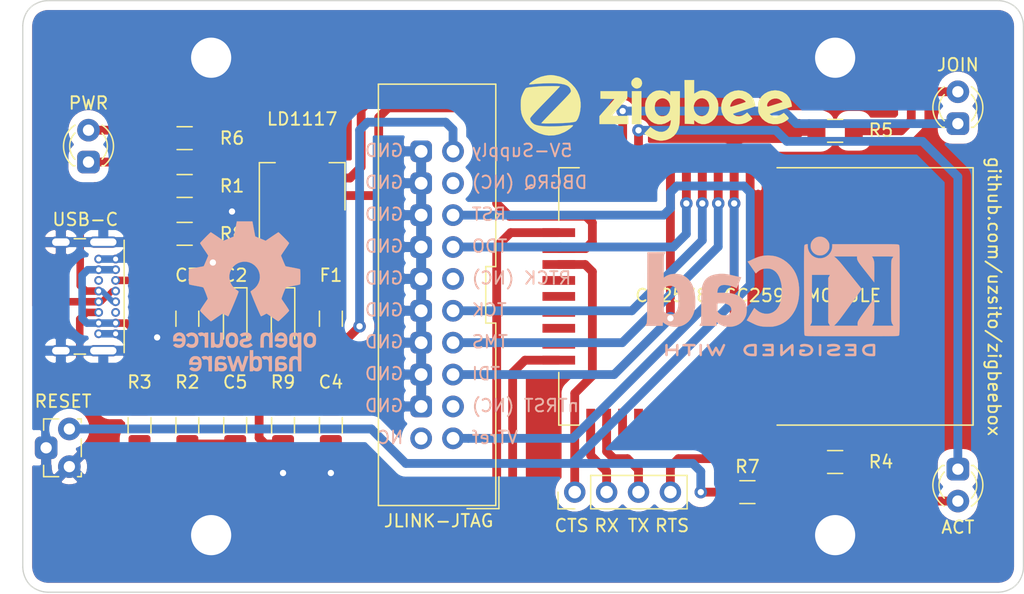
<source format=kicad_pcb>
(kicad_pcb (version 20171130) (host pcbnew 5.1.5+dfsg1-2build2)
  (layers (0 F.Cu signal) (31 B.Cu signal hide) (34 B.Paste user hide) (35 F.Paste user hide) (36 B.SilkS user) (37 F.SilkS user) (38 B.Mask user hide) (39 F.Mask user hide) (44 Edge.Cuts user))
  (net 0 "")
  (net 1 GND)
  (net 2 "Net-(C2-Pad1)")
  (net 3 "Net-(C4-Pad1)")
  (net 4 "Net-(C5-Pad1)")
  (net 5 "Net-(J1-Pad4)")
  (net 6 "Net-(J1-Pad3)")
  (net 7 "Net-(J1-Pad2)")
  (net 8 "Net-(J1-Pad1)")
  (net 9 "Net-(J2-Pad15)")
  (net 10 "Net-(J2-Pad13)")
  (net 11 "Net-(J2-Pad9)")
  (net 12 "Net-(J2-Pad7)")
  (net 13 "Net-(J2-Pad5)")
  (net 14 "Net-(LED1-Pad1)")
  (net 15 "Net-(LED2-Pad1)")
  (net 16 "Net-(LED3-Pad1)")
  (net 17 "Net-(R3-Pad2)")
  (net 18 "Net-(U1-Pad17)")
  (net 19 "Net-(U1-Pad11)")
  (net 20 "Net-(U1-Pad8)")
  (net 21 "Net-(U1-Pad24)")
  (net 22 "Net-(U1-Pad25)")
  (net 23 "Net-(U1-Pad26)")
  (net 24 "Net-(U1-Pad27)")
  (net 25 "Net-(U1-Pad28)")
  (net 26 "Net-(U1-Pad29)")
  (net 27 "Net-(U1-Pad30)")
  (net 28 "Net-(U1-Pad33)")
  (net 29 "Net-(U1-Pad18)")
  (net 30 "Net-(U1-Pad19)")
  (net 31 "Net-(U1-Pad20)")
  (net 32 "Net-(U1-Pad16)")
  (net 33 "Net-(C1-Pad1)")
  (net 34 "Net-(F1-Pad2)")
  (net 35 "Net-(J2-Pad17)")
  (net 36 "Net-(J2-Pad11)")
  (net 37 "Net-(J2-Pad3)")
  (net 38 "Net-(J2-Pad2)")
  (net 39 "Net-(LED1-Pad2)")
  (net 40 "Net-(LED2-Pad2)")
  (net 41 "Net-(LED3-Pad2)")
  (net 42 "Net-(R1-Pad1)")
  (net 43 "Net-(R2-Pad1)")
  (net 44 "Net-(R8-Pad1)")
  (net 45 "Net-(R9-Pad1)")
  (net 46 "Net-(USB1-PadB8)")
  (net 47 "Net-(USB1-PadA8)")
  (module Symbol:KiCad-Logo2_8mm_SilkScreen (layer B.Cu) (at 140.335 70.201174 180)
    (fp_text reference REF** hide)
    (fp_text value KiCad-Logo2_8mm_SilkScreen hide)
  )
  (module Connector_IDC:IDC-Header_2x10_P2.54mm_Vertical (layer F.Cu) (at 114.887 82.32975 180)
    (fp_text reference J2 hide)
    (fp_text value JLINK-JTAG (at 1.145 -6.57025) (layer F.SilkS))
    (pad 20 thru_hole roundrect (at 2.54 22.86 180) (size 1.7272 1.7272) (drill 1.016) (layers *.Cu *.Mask) (net 1 GND))
    (pad 19 thru_hole oval (at 0 22.86 180) (size 1.7272 1.7272) (drill 1.016) (layers *.Cu *.Mask) (net 34 "Net-(F1-Pad2)"))
    (pad 18 thru_hole roundrect (at 2.54 20.32 180) (size 1.7272 1.7272) (drill 1.016) (layers *.Cu *.Mask) (net 1 GND))
    (pad 17 thru_hole oval (at 0 20.32 180) (size 1.7272 1.7272) (drill 1.016) (layers *.Cu *.Mask) (net 35 "Net-(J2-Pad17)"))
    (pad 16 thru_hole roundrect (at 2.54 17.78 180) (size 1.7272 1.7272) (drill 1.016) (layers *.Cu *.Mask) (net 1 GND))
    (pad 15 thru_hole oval (at 0 17.78 180) (size 1.7272 1.7272) (drill 1.016) (layers *.Cu *.Mask) (net 9 "Net-(J2-Pad15)"))
    (pad 14 thru_hole roundrect (at 2.54 15.24 180) (size 1.7272 1.7272) (drill 1.016) (layers *.Cu *.Mask) (net 1 GND))
    (pad 13 thru_hole oval (at 0 15.24 180) (size 1.7272 1.7272) (drill 1.016) (layers *.Cu *.Mask) (net 10 "Net-(J2-Pad13)"))
    (pad 12 thru_hole roundrect (at 2.54 12.7 180) (size 1.7272 1.7272) (drill 1.016) (layers *.Cu *.Mask) (net 1 GND))
    (pad 11 thru_hole oval (at 0 12.7 180) (size 1.7272 1.7272) (drill 1.016) (layers *.Cu *.Mask) (net 36 "Net-(J2-Pad11)"))
    (pad 10 thru_hole roundrect (at 2.54 10.16 180) (size 1.7272 1.7272) (drill 1.016) (layers *.Cu *.Mask) (net 1 GND))
    (pad 9 thru_hole oval (at 0 10.16 180) (size 1.7272 1.7272) (drill 1.016) (layers *.Cu *.Mask) (net 11 "Net-(J2-Pad9)"))
    (pad 8 thru_hole roundrect (at 2.54 7.62 180) (size 1.7272 1.7272) (drill 1.016) (layers *.Cu *.Mask) (net 1 GND))
    (pad 7 thru_hole oval (at 0 7.62 180) (size 1.7272 1.7272) (drill 1.016) (layers *.Cu *.Mask) (net 12 "Net-(J2-Pad7)"))
    (pad 6 thru_hole roundrect (at 2.54 5.08 180) (size 1.7272 1.7272) (drill 1.016) (layers *.Cu *.Mask) (net 1 GND))
    (pad 5 thru_hole oval (at 0 5.08 180) (size 1.7272 1.7272) (drill 1.016) (layers *.Cu *.Mask) (net 13 "Net-(J2-Pad5)"))
    (pad 4 thru_hole roundrect (at 2.54 2.54 180) (size 1.7272 1.7272) (drill 1.016) (layers *.Cu *.Mask) (net 1 GND))
    (pad 3 thru_hole oval (at 0 2.54 180) (size 1.7272 1.7272) (drill 1.016) (layers *.Cu *.Mask) (net 37 "Net-(J2-Pad3)"))
    (pad 2 thru_hole oval (at 2.54 0 180) (size 1.7272 1.7272) (drill 1.016) (layers *.Cu *.Mask) (net 38 "Net-(J2-Pad2)"))
    (pad 1 thru_hole circle (at 0 0 180) (size 1.7272 1.7272) (drill 1.016) (layers *.Cu *.Mask) (net 2 "Net-(C2-Pad1)"))
  )
  (module Symbol:zigbee_logo (layer F.Cu) (at 131.064 56.007)
    (fp_text reference G*** hide)
    (fp_text value LOGO hide)
  )
  (module Symbol:OSHW-Logo_11.4x12mm_SilkScreen (layer B.Cu) (at 98.298 71.017224 180)
    (fp_text reference REF** hide)
    (fp_text value OSHW-Logo_11.4x12mm_SilkScreen hide)
  )
  (module Connector_USB:USB_C_Receptacle_GCT_USB4085 (layer F.Cu) (at 88.011 68.04975 270)
    (fp_text reference USB1 hide)
    (fp_text value USB-C (at -3.15275 2.413) (layer F.SilkS))
    (pad A1 thru_hole circle (at 0 0 270) (size 0.7 0.7) (drill 0.4) (layers *.Cu *.Mask) (net 1 GND))
    (pad A4 thru_hole circle (at 0.85 0 270) (size 0.7 0.7) (drill 0.4) (layers *.Cu *.Mask) (net 34 "Net-(F1-Pad2)"))
    (pad A5 thru_hole circle (at 1.7 0 270) (size 0.7 0.7) (drill 0.4) (layers *.Cu *.Mask) (net 44 "Net-(R8-Pad1)"))
    (pad A6 thru_hole circle (at 2.55 0 270) (size 0.7 0.7) (drill 0.4) (layers *.Cu *.Mask) (net 43 "Net-(R2-Pad1)"))
    (pad A7 thru_hole circle (at 3.4 0 270) (size 0.7 0.7) (drill 0.4) (layers *.Cu *.Mask) (net 42 "Net-(R1-Pad1)"))
    (pad A8 thru_hole circle (at 4.25 0 270) (size 0.7 0.7) (drill 0.4) (layers *.Cu *.Mask) (net 47 "Net-(USB1-PadA8)"))
    (pad A9 thru_hole circle (at 5.1 0 270) (size 0.7 0.7) (drill 0.4) (layers *.Cu *.Mask) (net 34 "Net-(F1-Pad2)"))
    (pad A12 thru_hole circle (at 5.95 0 270) (size 0.7 0.7) (drill 0.4) (layers *.Cu *.Mask) (net 1 GND))
    (pad B9 thru_hole circle (at 0.85 1.35 270) (size 0.7 0.7) (drill 0.4) (layers *.Cu *.Mask) (net 34 "Net-(F1-Pad2)"))
    (pad B7 thru_hole circle (at 2.55 1.35 270) (size 0.7 0.7) (drill 0.4) (layers *.Cu *.Mask) (net 42 "Net-(R1-Pad1)"))
    (pad B8 thru_hole circle (at 1.7 1.35 270) (size 0.7 0.7) (drill 0.4) (layers *.Cu *.Mask) (net 46 "Net-(USB1-PadB8)"))
    (pad B12 thru_hole circle (at 0 1.35 270) (size 0.7 0.7) (drill 0.4) (layers *.Cu *.Mask) (net 1 GND))
    (pad B5 thru_hole circle (at 4.25 1.35 270) (size 0.7 0.7) (drill 0.4) (layers *.Cu *.Mask) (net 45 "Net-(R9-Pad1)"))
    (pad B4 thru_hole circle (at 5.1 1.35 270) (size 0.7 0.7) (drill 0.4) (layers *.Cu *.Mask) (net 34 "Net-(F1-Pad2)"))
    (pad B1 thru_hole circle (at 5.95 1.35 270) (size 0.7 0.7) (drill 0.4) (layers *.Cu *.Mask) (net 1 GND))
    (pad B6 thru_hole circle (at 3.4 1.35 270) (size 0.7 0.7) (drill 0.4) (layers *.Cu *.Mask) (net 43 "Net-(R2-Pad1)"))
    (pad S1 thru_hole oval (at -1.35 0.98 270) (size 0.9 2.4) (drill oval 0.6 2.1) (layers *.Cu *.Mask) (net 1 GND))
    (pad S1 thru_hole oval (at 7.3 0.98 270) (size 0.9 2.4) (drill oval 0.6 2.1) (layers *.Cu *.Mask) (net 1 GND))
    (pad S1 thru_hole oval (at -1.35 4.36 270) (size 0.9 1.7) (drill oval 0.6 1.4) (layers *.Cu *.Mask) (net 1 GND))
    (pad S1 thru_hole oval (at 7.3 4.36 270) (size 0.9 1.7) (drill oval 0.6 1.4) (layers *.Cu *.Mask) (net 1 GND))
  )
  (module Resistor_SMD:R_1206_3216Metric_Pad1.42x1.75mm_HandSolder (layer F.Cu) (at 101.346 81.29175 270)
    (fp_text reference R9 (at -3.44075 0 180) (layer F.SilkS))
    (fp_text value 5.1k)
    (pad 2 smd roundrect (at 1.4875 0 270) (size 1.425 1.75) (layers F.Cu F.Paste F.Mask) (roundrect_rratio 0.175439) (net 1 GND))
    (pad 1 smd roundrect (at -1.4875 0 270) (size 1.425 1.75) (layers F.Cu F.Paste F.Mask) (roundrect_rratio 0.175439) (net 45 "Net-(R9-Pad1)"))
  )
  (module Resistor_SMD:R_1206_3216Metric_Pad1.42x1.75mm_HandSolder (layer F.Cu) (at 93.5085 66.04)
    (fp_text reference R8 (at 3.7735 0) (layer F.SilkS))
    (fp_text value 5.1k)
    (pad 2 smd roundrect (at 1.4875 0) (size 1.425 1.75) (layers F.Cu F.Paste F.Mask) (roundrect_rratio 0.175439) (net 1 GND))
    (pad 1 smd roundrect (at -1.4875 0) (size 1.425 1.75) (layers F.Cu F.Paste F.Mask) (roundrect_rratio 0.175439) (net 44 "Net-(R8-Pad1)"))
  )
  (module Resistor_SMD:R_1206_3216Metric_Pad1.42x1.75mm_HandSolder (layer F.Cu) (at 138.33182 86.614 180)
    (fp_text reference R7 (at 0 2.032) (layer F.SilkS))
    (fp_text value 1k)
    (pad 2 smd roundrect (at 1.4875 0 180) (size 1.425 1.75) (layers F.Cu F.Paste F.Mask) (roundrect_rratio 0.175439) (net 9 "Net-(J2-Pad15)"))
    (pad 1 smd roundrect (at -1.4875 0 180) (size 1.425 1.75) (layers F.Cu F.Paste F.Mask) (roundrect_rratio 0.175439) (net 2 "Net-(C2-Pad1)"))
  )
  (module Resistor_SMD:R_1206_3216Metric_Pad1.42x1.75mm_HandSolder (layer F.Cu) (at 93.5085 58.42 180)
    (fp_text reference R6 (at -3.7735 0) (layer F.SilkS))
    (fp_text value 100R)
    (pad 2 smd roundrect (at 1.4875 0 180) (size 1.425 1.75) (layers F.Cu F.Paste F.Mask) (roundrect_rratio 0.175439) (net 41 "Net-(LED3-Pad2)"))
    (pad 1 smd roundrect (at -1.4875 0 180) (size 1.425 1.75) (layers F.Cu F.Paste F.Mask) (roundrect_rratio 0.175439) (net 2 "Net-(C2-Pad1)"))
  )
  (module Resistor_SMD:R_1206_3216Metric_Pad1.42x1.75mm_HandSolder (layer F.Cu) (at 145.3196 57.83475)
    (fp_text reference R5 (at 3.6514 -0.04975) (layer F.SilkS))
    (fp_text value 100R)
    (pad 2 smd roundrect (at 1.4875 0) (size 1.425 1.75) (layers F.Cu F.Paste F.Mask) (roundrect_rratio 0.175439) (net 40 "Net-(LED2-Pad2)"))
    (pad 1 smd roundrect (at -1.4875 0) (size 1.425 1.75) (layers F.Cu F.Paste F.Mask) (roundrect_rratio 0.175439) (net 2 "Net-(C2-Pad1)"))
  )
  (module Resistor_SMD:R_1206_3216Metric_Pad1.42x1.75mm_HandSolder (layer F.Cu) (at 145.3196 84.21475)
    (fp_text reference R4 (at 3.6514 -0.01375) (layer F.SilkS))
    (fp_text value 100R)
    (pad 2 smd roundrect (at 1.4875 0) (size 1.425 1.75) (layers F.Cu F.Paste F.Mask) (roundrect_rratio 0.175439) (net 39 "Net-(LED1-Pad2)"))
    (pad 1 smd roundrect (at -1.4875 0) (size 1.425 1.75) (layers F.Cu F.Paste F.Mask) (roundrect_rratio 0.175439) (net 2 "Net-(C2-Pad1)"))
  )
  (module Resistor_SMD:R_1206_3216Metric_Pad1.42x1.75mm_HandSolder (layer F.Cu) (at 89.916 81.29175 270)
    (fp_text reference R3 (at -3.44075 0 180) (layer F.SilkS))
    (fp_text value 1.5K)
    (pad 2 smd roundrect (at 1.4875 0 270) (size 1.425 1.75) (layers F.Cu F.Paste F.Mask) (roundrect_rratio 0.175439) (net 17 "Net-(R3-Pad2)"))
    (pad 1 smd roundrect (at -1.4875 0 270) (size 1.425 1.75) (layers F.Cu F.Paste F.Mask) (roundrect_rratio 0.175439) (net 43 "Net-(R2-Pad1)"))
  )
  (module Resistor_SMD:R_1206_3216Metric_Pad1.42x1.75mm_HandSolder (layer F.Cu) (at 93.726 81.29175 270)
    (fp_text reference R2 (at -3.44075 0 180) (layer F.SilkS))
    (fp_text value 33R)
    (pad 2 smd roundrect (at 1.4875 0 270) (size 1.425 1.75) (layers F.Cu F.Paste F.Mask) (roundrect_rratio 0.175439) (net 4 "Net-(C5-Pad1)"))
    (pad 1 smd roundrect (at -1.4875 0 270) (size 1.425 1.75) (layers F.Cu F.Paste F.Mask) (roundrect_rratio 0.175439) (net 43 "Net-(R2-Pad1)"))
  )
  (module Resistor_SMD:R_1206_3216Metric_Pad1.42x1.75mm_HandSolder (layer F.Cu) (at 93.5085 62.23)
    (fp_text reference R1 (at 3.7735 0) (layer F.SilkS))
    (fp_text value 33R)
    (pad 2 smd roundrect (at 1.4875 0) (size 1.425 1.75) (layers F.Cu F.Paste F.Mask) (roundrect_rratio 0.175439) (net 3 "Net-(C4-Pad1)"))
    (pad 1 smd roundrect (at -1.4875 0) (size 1.425 1.75) (layers F.Cu F.Paste F.Mask) (roundrect_rratio 0.175439) (net 42 "Net-(R1-Pad1)"))
  )
  (module Capacitor_Tantalum_SMD:CP_EIA-3216-12_Kemet-S_Pad1.58x1.35mm_HandSolder (layer F.Cu) (at 97.536 72.82275 270)
    (fp_text reference C2 (at -3.48075 0 180) (layer F.SilkS))
    (fp_text value 10uF)
    (pad 2 smd roundrect (at 1.4375 0 270) (size 1.575 1.35) (layers F.Cu F.Paste F.Mask) (roundrect_rratio 0.185185) (net 1 GND))
    (pad 1 smd roundrect (at -1.4375 0 270) (size 1.575 1.35) (layers F.Cu F.Paste F.Mask) (roundrect_rratio 0.185185) (net 2 "Net-(C2-Pad1)"))
  )
  (module Capacitor_Tantalum_SMD:CP_EIA-3216-12_Kemet-S_Pad1.58x1.35mm_HandSolder (layer F.Cu) (at 101.346 72.82275 270)
    (fp_text reference C1 (at -3.48075 0 180) (layer F.SilkS))
    (fp_text value 10uF)
    (pad 2 smd roundrect (at 1.4375 0 270) (size 1.575 1.35) (layers F.Cu F.Paste F.Mask) (roundrect_rratio 0.185185) (net 1 GND))
    (pad 1 smd roundrect (at -1.4375 0 270) (size 1.575 1.35) (layers F.Cu F.Paste F.Mask) (roundrect_rratio 0.185185) (net 33 "Net-(C1-Pad1)"))
  )
  (module Fuse:Fuse_1206_3216Metric_Pad1.42x1.75mm_HandSolder (layer F.Cu) (at 105.156 72.80275 270)
    (fp_text reference F1 (at -3.46075 0 180) (layer F.SilkS))
    (fp_text value Fuse)
    (pad 2 smd roundrect (at 1.4875 0 270) (size 1.425 1.75) (layers F.Cu F.Paste F.Mask) (roundrect_rratio 0.175439) (net 34 "Net-(F1-Pad2)"))
    (pad 1 smd roundrect (at -1.4875 0 270) (size 1.425 1.75) (layers F.Cu F.Paste F.Mask) (roundrect_rratio 0.175439) (net 33 "Net-(C1-Pad1)"))
  )
  (module Capacitor_SMD:C_1206_3216Metric_Pad1.42x1.75mm_HandSolder (layer F.Cu) (at 93.726 72.80275 270)
    (fp_text reference C3 (at -3.46075 0 180) (layer F.SilkS))
    (fp_text value 100nF)
    (pad 2 smd roundrect (at 1.4875 0 270) (size 1.425 1.75) (layers F.Cu F.Paste F.Mask) (roundrect_rratio 0.175439) (net 1 GND))
    (pad 1 smd roundrect (at -1.4875 0 270) (size 1.425 1.75) (layers F.Cu F.Paste F.Mask) (roundrect_rratio 0.175439) (net 2 "Net-(C2-Pad1)"))
  )
  (module Capacitor_SMD:C_1206_3216Metric_Pad1.42x1.75mm_HandSolder (layer F.Cu) (at 97.536 81.29175 90)
    (fp_text reference C5 (at 3.44075 0 180) (layer F.SilkS))
    (fp_text value 47pF)
    (pad 2 smd roundrect (at 1.4875 0 90) (size 1.425 1.75) (layers F.Cu F.Paste F.Mask) (roundrect_rratio 0.175439) (net 1 GND))
    (pad 1 smd roundrect (at -1.4875 0 90) (size 1.425 1.75) (layers F.Cu F.Paste F.Mask) (roundrect_rratio 0.175439) (net 4 "Net-(C5-Pad1)"))
  )
  (module Capacitor_SMD:C_1206_3216Metric_Pad1.42x1.75mm_HandSolder (layer F.Cu) (at 105.156 81.29175 270)
    (fp_text reference C4 (at -3.44075 0 180) (layer F.SilkS))
    (fp_text value 47pF)
    (pad 2 smd roundrect (at 1.4875 0 270) (size 1.425 1.75) (layers F.Cu F.Paste F.Mask) (roundrect_rratio 0.175439) (net 1 GND))
    (pad 1 smd roundrect (at -1.4875 0 270) (size 1.425 1.75) (layers F.Cu F.Paste F.Mask) (roundrect_rratio 0.175439) (net 3 "Net-(C4-Pad1)"))
  )
  (module Package_TO_SOT_SMD:SOT-223-3_TabPin2 (layer F.Cu) (at 102.87 62.28175 90)
    (fp_text reference LD1117 (at 5.38575 0 180) (layer F.SilkS))
    (fp_text value LD1117S33TR_SOT223)
    (pad 1 smd rect (at -3.15 -2.3 90) (size 2 1.5) (layers F.Cu F.Paste F.Mask) (net 1 GND))
    (pad 3 smd rect (at -3.15 2.3 90) (size 2 1.5) (layers F.Cu F.Paste F.Mask) (net 33 "Net-(C1-Pad1)"))
    (pad 2 smd rect (at -3.15 0 90) (size 2 1.5) (layers F.Cu F.Paste F.Mask) (net 2 "Net-(C2-Pad1)"))
    (pad 2 smd rect (at 3.15 0 90) (size 2 3.8) (layers F.Cu F.Paste F.Mask) (net 2 "Net-(C2-Pad1)"))
  )
  (module LED_THT:LED_D3.0mm (layer F.Cu) (at 85.852 60.325 90)
    (fp_text reference LED3 hide)
    (fp_text value PWR (at 4.699 0 180) (layer F.SilkS))
    (pad 2 thru_hole circle (at 2.54 0 90) (size 1.8 1.8) (drill 0.9) (layers *.Cu *.Mask) (net 41 "Net-(LED3-Pad2)"))
    (pad 1 thru_hole roundrect (at 0 0 90) (size 1.8 1.8) (drill 0.9) (layers *.Cu *.Mask) (net 16 "Net-(LED3-Pad1)"))
  )
  (module LED_THT:LED_D3.0mm (layer F.Cu) (at 155.09432 57.26475 90)
    (fp_text reference LED2 hide)
    (fp_text value JOIN (at 4.68675 0 180) (layer F.SilkS))
    (pad 2 thru_hole circle (at 2.54 0 90) (size 1.8 1.8) (drill 0.9) (layers *.Cu *.Mask) (net 40 "Net-(LED2-Pad2)"))
    (pad 1 thru_hole roundrect (at 0 0 90) (size 1.8 1.8) (drill 0.9) (layers *.Cu *.Mask) (net 15 "Net-(LED2-Pad1)"))
  )
  (module LED_THT:LED_D3.0mm (layer F.Cu) (at 155.09432 84.78475 270)
    (fp_text reference LED1 hide)
    (fp_text value ACT (at 4.62325 0 180) (layer F.SilkS))
    (pad 2 thru_hole circle (at 2.54 0 270) (size 1.8 1.8) (drill 0.9) (layers *.Cu *.Mask) (net 39 "Net-(LED1-Pad2)"))
    (pad 1 thru_hole roundrect (at 0 0 270) (size 1.8 1.8) (drill 0.9) (layers *.Cu *.Mask) (net 14 "Net-(LED1-Pad1)"))
  )
  (module Connector_PinHeader_2.54mm:PinHeader_1x04_P2.54mm_Vertical (layer F.Cu) (at 124.57932 86.614 90)
    (fp_text reference J1 hide)
    (fp_text value Debug hide)
    (pad 4 thru_hole oval (at 0 7.62 90) (size 1.7 1.7) (drill 1) (layers *.Cu *.Mask) (net 5 "Net-(J1-Pad4)"))
    (pad 3 thru_hole oval (at 0 5.08 90) (size 1.7 1.7) (drill 1) (layers *.Cu *.Mask) (net 6 "Net-(J1-Pad3)"))
    (pad 2 thru_hole oval (at 0 2.54 90) (size 1.7 1.7) (drill 1) (layers *.Cu *.Mask) (net 7 "Net-(J1-Pad2)"))
    (pad 1 thru_hole circle (at 0 0 90) (size 1.7 1.7) (drill 1) (layers *.Cu *.Mask) (net 8 "Net-(J1-Pad1)"))
  )
  (module RF_Module:CC2538_CC2592 (layer F.Cu) (at 123.30932 71.02475 270)
    (fp_text reference U1 hide)
    (fp_text value "CC2538+CC2592 MODULE" (at -0.0675 -15.88 180) (layer F.SilkS))
    (pad 12 smd rect (at -10.25 -2.54) (size 0.7 2.6) (layers F.Cu F.Paste F.Mask) (net 16 "Net-(LED3-Pad1)"))
    (pad 22 smd rect (at 10.25 -2.54) (size 0.7 2.6) (layers F.Cu F.Paste F.Mask) (net 7 "Net-(J1-Pad2)"))
    (pad 17 smd rect (at 0 0 90) (size 0.7 2.6) (layers F.Cu F.Paste F.Mask) (net 18 "Net-(U1-Pad17)"))
    (pad 11 smd rect (at -10.25 -3.81) (size 0.7 2.6) (layers F.Cu F.Paste F.Mask) (net 19 "Net-(U1-Pad11)"))
    (pad 10 smd rect (at -10.25 -5.08) (size 0.7 2.6) (layers F.Cu F.Paste F.Mask) (net 15 "Net-(LED2-Pad1)"))
    (pad 9 smd rect (at -10.25 -6.35) (size 0.7 2.6) (layers F.Cu F.Paste F.Mask) (net 14 "Net-(LED1-Pad1)"))
    (pad 8 smd rect (at -10.25 -7.62) (size 0.7 2.6) (layers F.Cu F.Paste F.Mask) (net 20 "Net-(U1-Pad8)"))
    (pad 7 smd rect (at -10.25 -8.89) (size 0.7 2.6) (layers F.Cu F.Paste F.Mask) (net 13 "Net-(J2-Pad5)"))
    (pad 6 smd rect (at -10.25 -10.16) (size 0.7 2.6) (layers F.Cu F.Paste F.Mask) (net 10 "Net-(J2-Pad13)"))
    (pad 5 smd rect (at -10.25 -11.43) (size 0.7 2.6) (layers F.Cu F.Paste F.Mask) (net 11 "Net-(J2-Pad9)"))
    (pad 4 smd rect (at -10.25 -12.7) (size 0.7 2.6) (layers F.Cu F.Paste F.Mask) (net 12 "Net-(J2-Pad7)"))
    (pad 3 smd rect (at -10.25 -13.97) (size 0.7 2.6) (layers F.Cu F.Paste F.Mask) (net 2 "Net-(C2-Pad1)"))
    (pad 2 smd rect (at -10.25 -15.24) (size 0.7 2.6) (layers F.Cu F.Paste F.Mask) (net 1 GND))
    (pad 1 smd rect (at -10.25 -16.51) (size 0.7 2.6) (layers F.Cu F.Paste F.Mask) (net 1 GND))
    (pad 23 smd rect (at 10.25 -3.81) (size 0.7 2.6) (layers F.Cu F.Paste F.Mask) (net 6 "Net-(J1-Pad3)"))
    (pad 24 smd rect (at 10.25 -5.08) (size 0.7 2.6) (layers F.Cu F.Paste F.Mask) (net 21 "Net-(U1-Pad24)"))
    (pad 25 smd rect (at 10.25 -6.35) (size 0.7 2.6) (layers F.Cu F.Paste F.Mask) (net 22 "Net-(U1-Pad25)"))
    (pad 26 smd rect (at 10.25 -7.62) (size 0.7 2.6) (layers F.Cu F.Paste F.Mask) (net 23 "Net-(U1-Pad26)"))
    (pad 27 smd rect (at 10.25 -8.89) (size 0.7 2.6) (layers F.Cu F.Paste F.Mask) (net 24 "Net-(U1-Pad27)"))
    (pad 28 smd rect (at 10.25 -10.16) (size 0.7 2.6) (layers F.Cu F.Paste F.Mask) (net 25 "Net-(U1-Pad28)"))
    (pad 29 smd rect (at 10.25 -11.43) (size 0.7 2.6) (layers F.Cu F.Paste F.Mask) (net 26 "Net-(U1-Pad29)"))
    (pad 30 smd rect (at 10.25 -12.7) (size 0.7 2.6) (layers F.Cu F.Paste F.Mask) (net 27 "Net-(U1-Pad30)"))
    (pad 31 smd rect (at 10.25 -13.97) (size 0.7 2.6) (layers F.Cu F.Paste F.Mask) (net 5 "Net-(J1-Pad4)"))
    (pad 32 smd rect (at 10.25 -15.24) (size 0.7 2.6) (layers F.Cu F.Paste F.Mask) (net 9 "Net-(J2-Pad15)"))
    (pad 33 smd rect (at 10.25 -16.51) (size 0.7 2.6) (layers F.Cu F.Paste F.Mask) (net 28 "Net-(U1-Pad33)"))
    (pad 18 smd rect (at 1.27 0 90) (size 0.7 2.6) (layers F.Cu F.Paste F.Mask) (net 29 "Net-(U1-Pad18)"))
    (pad 19 smd rect (at 2.54 0 90) (size 0.7 2.6) (layers F.Cu F.Paste F.Mask) (net 30 "Net-(U1-Pad19)"))
    (pad 20 smd rect (at 3.81 0 90) (size 0.7 2.6) (layers F.Cu F.Paste F.Mask) (net 31 "Net-(U1-Pad20)"))
    (pad 21 smd rect (at 5.08 0 90) (size 0.7 2.6) (layers F.Cu F.Paste F.Mask) (net 17 "Net-(R3-Pad2)"))
    (pad 16 smd rect (at -1.27 0 90) (size 0.7 2.6) (layers F.Cu F.Paste F.Mask) (net 32 "Net-(U1-Pad16)"))
    (pad 15 smd rect (at -2.54 0 90) (size 0.7 2.6) (layers F.Cu F.Paste F.Mask) (net 8 "Net-(J1-Pad1)"))
    (pad 14 smd rect (at -3.81 0 90) (size 0.7 2.6) (layers F.Cu F.Paste F.Mask) (net 3 "Net-(C4-Pad1)"))
    (pad 13 smd rect (at -5.08 0 90) (size 0.7 2.6) (layers F.Cu F.Paste F.Mask) (net 4 "Net-(C5-Pad1)"))
  )
  (module Button_Switch_THT:SW_Tactile_PUSH_Angled_4.5mm_H6.0mm_TS_C017 (layer F.Cu) (at 84.328 84.582 90)
    (fp_text reference SW1 hide)
    (fp_text value RESET (at 5.207 -0.508 180) (layer F.SilkS))
    (pad 2 thru_hole circle (at 3 0 90) (size 1.8 1.8) (drill 0.9) (layers *.Cu *.Mask) (net 9 "Net-(J2-Pad15)"))
    (pad 1 thru_hole circle (at 0 0 90) (size 1.8 1.8) (drill 0.9) (layers *.Cu *.Mask) (net 1 GND))
    (pad 3 thru_hole roundrect (at 1.5 -1.85 90) (size 1.8 1.8) (drill 0.9) (layers *.Cu *.Mask) (net 1 GND))
  )
  (module MountingHole:MountingHole_3.2mm_M3_ISO7380_Pad (layer F.Cu) (at 145.3196 90.03792)
    (fp_text reference H4 hide)
    (fp_text value MountingHole_Pad)
    (pad 1 thru_hole circle (at 0 0) (size 5.7 5.7) (drill 3.2) (layers *.Cu *.Mask) (net 1 GND))
  )
  (module MountingHole:MountingHole_3.2mm_M3_ISO7380_Pad (layer F.Cu) (at 145.3196 52.01412)
    (fp_text reference H3 hide)
    (fp_text value MountingHole_Pad)
    (pad 1 thru_hole circle (at 0 0) (size 5.7 5.7) (drill 3.2) (layers *.Cu *.Mask) (net 1 GND))
  )
  (module MountingHole:MountingHole_3.2mm_M3_ISO7380_Pad (layer F.Cu) (at 95.6196 90.03792)
    (fp_text reference H2 hide)
    (fp_text value MountingHole_Pad)
    (pad 1 thru_hole circle (at 0 0) (size 5.7 5.7) (drill 3.2) (layers *.Cu *.Mask) (net 1 GND))
  )
  (module MountingHole:MountingHole_3.2mm_M3_ISO7380_Pad (layer F.Cu) (at 95.6196 52.01412)
    (fp_text reference H1 hide)
    (fp_text value MountingHole_Pad)
    (pad 1 thru_hole circle (at 0 0) (size 5.7 5.7) (drill 3.2) (layers *.Cu *.Mask) (net 1 GND))
  )
  (gr_text github.com/uzsito/zigbeebox (at 157.988 71.02475 270) (layer F.SilkS) (effects (font (size 1 1))))
  (gr_text GND (at 109.396 59.40225) (layer B.SilkS) (effects (font (size 1 1)) (justify mirror)))
  (gr_text GND (at 109.396 61.94225) (layer B.SilkS) (effects (font (size 1 1)) (justify mirror)))
  (gr_text GND (at 109.396 64.48225) (layer B.SilkS) (effects (font (size 1 1)) (justify mirror)))
  (gr_text GND (at 109.396 67.02225) (layer B.SilkS) (effects (font (size 1 1)) (justify mirror)))
  (gr_text GND (at 109.396 69.56225) (layer B.SilkS) (effects (font (size 1 1)) (justify mirror)))
  (gr_text GND (at 109.396 72.10225) (layer B.SilkS) (effects (font (size 1 1)) (justify mirror)))
  (gr_text GND (at 109.396 74.64225) (layer B.SilkS) (effects (font (size 1 1)) (justify mirror)))
  (gr_text GND (at 109.396 77.18225) (layer B.SilkS) (effects (font (size 1 1)) (justify mirror)))
  (gr_text GND (at 109.396 79.72225) (layer B.SilkS) (effects (font (size 1 1)) (justify mirror)))
  (gr_text NC (at 109.896 82.26225) (layer B.SilkS) (effects (font (size 1 1)) (justify mirror)))
  (gr_text 5V-Supply (at 120.389667 59.40225) (layer B.SilkS) (effects (font (size 1 1)) (justify mirror)))
  (gr_text "DBGRQ (NC)" (at 120.984905 61.94225) (layer B.SilkS) (effects (font (size 1 1)) (justify mirror)))
  (gr_text "RTCK (NC)" (at 120.342048 69.56225) (layer B.SilkS) (effects (font (size 1 1)) (justify mirror)))
  (gr_text "nTRST (NC)" (at 120.651572 79.72225) (layer B.SilkS) (effects (font (size 1 1)) (justify mirror)))
  (gr_text RST (at 117.74681 64.48225) (layer B.SilkS) (effects (font (size 1 1)) (justify mirror)))
  (gr_text TDO (at 117.794429 67.02225) (layer B.SilkS) (effects (font (size 1 1)) (justify mirror)))
  (gr_text TCK (at 117.770619 72.10225) (layer B.SilkS) (effects (font (size 1 1)) (justify mirror)))
  (gr_text TMS (at 117.818238 74.64225) (layer B.SilkS) (effects (font (size 1 1)) (justify mirror)))
  (gr_text TDI (at 117.508714 77.18225) (layer B.SilkS) (effects (font (size 1 1)) (justify mirror)))
  (gr_text VTref (at 118.223 82.26225) (layer B.SilkS) (effects (font (size 1 1)) (justify mirror)))
  (gr_text RTS (at 132.334 89.281) (layer F.SilkS) (effects (font (size 1 1))))
  (gr_text TX (at 129.65932 89.281) (layer F.SilkS) (effects (font (size 1 1))))
  (gr_text RX (at 127.11932 89.281) (layer F.SilkS) (effects (font (size 1 1))))
  (gr_text CTS (at 124.333 89.281) (layer F.SilkS) (effects (font (size 1 1))))
  (gr_curve (pts (xy 159.857475 93.877816) (xy 159.784799 93.966918) (xy 159.703038 94.048646) (xy 159.613943 94.121348)) (layer Edge.Cuts) (width 0.1))
  (gr_line (start 158.319319 94.583192) (end 82.617058 94.583192) (layer Edge.Cuts) (width 0.1))
  (gr_curve (pts (xy 80.651401 92.924842) (xy 80.631649 92.812299) (xy 80.624355 92.697746) (xy 80.61706 92.583194)) (layer Edge.Cuts) (width 0.1))
  (gr_curve (pts (xy 159.008878 94.453998) (xy 158.898002 94.494437) (xy 158.784474 94.528392) (xy 158.668782 94.548851)) (layer Edge.Cuts) (width 0.1))
  (gr_line (start 160.31932 49.466307) (end 160.31932 92.583194) (layer Edge.Cuts) (width 0.1))
  (gr_curve (pts (xy 159.857475 48.171685) (xy 159.929557 48.259903) (xy 159.992878 48.355286) (xy 160.047024 48.455346)) (layer Edge.Cuts) (width 0.1))
  (gr_curve (pts (xy 158.319319 47.466309) (xy 158.436115 47.473353) (xy 158.552911 47.480397) (xy 158.667587 47.500651)) (layer Edge.Cuts) (width 0.1))
  (gr_curve (pts (xy 160.047024 93.594156) (xy 159.992545 93.694056) (xy 159.929467 93.789553) (xy 159.857475 93.877816)) (layer Edge.Cuts) (width 0.1))
  (gr_curve (pts (xy 158.668782 94.548851) (xy 158.553722 94.569198) (xy 158.436521 94.576195) (xy 158.319319 94.583192)) (layer Edge.Cuts) (width 0.1))
  (gr_curve (pts (xy 159.613943 47.928154) (xy 159.70301 48.000875) (xy 159.784707 48.082629) (xy 159.857475 48.171685)) (layer Edge.Cuts) (width 0.1))
  (gr_curve (pts (xy 158.667587 47.500651) (xy 158.783473 47.521119) (xy 158.897194 47.555078) (xy 159.00828 47.595503)) (layer Edge.Cuts) (width 0.1))
  (gr_curve (pts (xy 159.00828 47.595503) (xy 159.118963 47.635782) (xy 159.227029 47.682481) (xy 159.330284 47.738605)) (layer Edge.Cuts) (width 0.1))
  (gr_curve (pts (xy 160.31932 92.583194) (xy 160.312472 92.701688) (xy 160.305623 92.820182) (xy 160.284978 92.936469)) (layer Edge.Cuts) (width 0.1))
  (gr_curve (pts (xy 80.889355 93.594156) (xy 80.832932 93.489932) (xy 80.786436 93.380645) (xy 80.746253 93.268844)) (layer Edge.Cuts) (width 0.1))
  (gr_line (start 82.617058 47.466309) (end 158.319319 47.466309) (layer Edge.Cuts) (width 0.1))
  (gr_curve (pts (xy 159.613943 94.121348) (xy 159.525686 94.193364) (xy 159.430232 94.256522) (xy 159.330283 94.310897)) (layer Edge.Cuts) (width 0.1))
  (gr_curve (pts (xy 160.190125 93.274657) (xy 160.149776 93.384497) (xy 160.102927 93.491644) (xy 160.047024 93.594156)) (layer Edge.Cuts) (width 0.1))
  (gr_curve (pts (xy 160.284978 49.12529) (xy 160.304683 49.23763) (xy 160.312002 49.351969) (xy 160.31932 49.466307)) (layer Edge.Cuts) (width 0.1))
  (gr_curve (pts (xy 159.330283 94.310897) (xy 159.227212 94.36697) (xy 159.119361 94.413703) (xy 159.008878 94.453998)) (layer Edge.Cuts) (width 0.1))
  (gr_curve (pts (xy 159.330284 47.738605) (xy 159.430254 47.792944) (xy 159.525715 47.856117) (xy 159.613943 47.928154)) (layer Edge.Cuts) (width 0.1))
  (gr_curve (pts (xy 160.190125 48.780973) (xy 160.230463 48.893339) (xy 160.264445 49.008229) (xy 160.284978 49.12529)) (layer Edge.Cuts) (width 0.1))
  (gr_curve (pts (xy 80.746253 93.268844) (xy 80.705908 93.156589) (xy 80.671928 93.0418) (xy 80.651401 92.924842)) (layer Edge.Cuts) (width 0.1))
  (gr_curve (pts (xy 160.047024 48.455346) (xy 160.103475 48.559664) (xy 160.149952 48.669067) (xy 160.190125 48.780973)) (layer Edge.Cuts) (width 0.1))
  (gr_curve (pts (xy 160.284978 92.936469) (xy 160.264548 93.051543) (xy 160.230608 93.164455) (xy 160.190125 93.274657)) (layer Edge.Cuts) (width 0.1))
  (gr_curve (pts (xy 81.322435 47.928154) (xy 81.410697 47.856165) (xy 81.506202 47.793098) (xy 81.606096 47.738605)) (layer Edge.Cuts) (width 0.1))
  (gr_curve (pts (xy 80.889355 48.455345) (xy 80.943695 48.35538) (xy 81.006879 48.259938) (xy 81.078904 48.171685)) (layer Edge.Cuts) (width 0.1))
  (gr_curve (pts (xy 80.61706 49.466307) (xy 80.624107 49.349539) (xy 80.631153 49.232771) (xy 80.651401 49.118121)) (layer Edge.Cuts) (width 0.1))
  (gr_curve (pts (xy 81.078905 93.877816) (xy 81.006829 93.789591) (xy 80.943518 93.694207) (xy 80.889355 93.594156)) (layer Edge.Cuts) (width 0.1))
  (gr_curve (pts (xy 81.322436 94.121348) (xy 81.233358 94.048647) (xy 81.151665 93.96688) (xy 81.078905 93.877816)) (layer Edge.Cuts) (width 0.1))
  (gr_curve (pts (xy 81.606096 94.310897) (xy 81.506161 94.256483) (xy 81.410675 94.193364) (xy 81.322436 94.121348)) (layer Edge.Cuts) (width 0.1))
  (gr_curve (pts (xy 81.92674 94.453998) (xy 81.816515 94.413681) (xy 81.708949 94.3669) (xy 81.606096 94.310897)) (layer Edge.Cuts) (width 0.1))
  (gr_curve (pts (xy 82.617058 94.583192) (xy 82.499341 94.576254) (xy 82.381623 94.569316) (xy 82.266073 94.548851)) (layer Edge.Cuts) (width 0.1))
  (gr_curve (pts (xy 81.078904 48.171685) (xy 81.151614 48.082594) (xy 81.233335 48.000828) (xy 81.322435 47.928154)) (layer Edge.Cuts) (width 0.1))
  (gr_curve (pts (xy 82.26327 47.500651) (xy 82.379722 47.479966) (xy 82.498389 47.473137) (xy 82.617058 47.466309)) (layer Edge.Cuts) (width 0.1))
  (gr_curve (pts (xy 82.266073 94.548851) (xy 82.150627 94.528404) (xy 82.037345 94.494455) (xy 81.92674 94.453998)) (layer Edge.Cuts) (width 0.1))
  (gr_line (start 80.61706 92.583194) (end 80.61706 49.466307) (layer Edge.Cuts) (width 0.1))
  (gr_curve (pts (xy 80.746253 48.777389) (xy 80.78653 48.666691) (xy 80.833224 48.558605) (xy 80.889355 48.455345)) (layer Edge.Cuts) (width 0.1))
  (gr_curve (pts (xy 81.606096 47.738605) (xy 81.708533 47.682724) (xy 81.815585 47.63586) (xy 81.925338 47.595504)) (layer Edge.Cuts) (width 0.1))
  (gr_curve (pts (xy 81.925338 47.595504) (xy 82.03545 47.555015) (xy 82.148279 47.521078) (xy 82.26327 47.500651)) (layer Edge.Cuts) (width 0.1))
  (gr_curve (pts (xy 80.651401 49.118121) (xy 80.67187 49.002223) (xy 80.70583 48.88849) (xy 80.746253 48.777389)) (layer Edge.Cuts) (width 0.1))
  (segment (start 86.661 73.99975) (end 88.011 73.99975) (width 0.6) (layer B.Cu) (net 1))
  (segment (start 86.661 68.04975) (end 88.011 68.04975) (width 0.6) (layer B.Cu) (net 1))
  (via (at 105.156 85.09) (size 1) (drill 0.5) (layers F.Cu B.Cu) (net 1))
  (via (at 101.346 85.09) (size 1) (drill 0.5) (layers F.Cu B.Cu) (net 1))
  (segment (start 101.346 82.77925) (end 101.346 85.09) (width 0.7) (layer F.Cu) (net 1))
  (segment (start 105.156 82.77925) (end 105.156 85.09) (width 0.7) (layer F.Cu) (net 1))
  (segment (start 101.346 82.77925) (end 101.06725 82.77925) (width 0.8) (layer F.Cu) (net 1))
  (segment (start 101.346 74.26025) (end 97.536 74.26025) (width 0.7) (layer F.Cu) (net 1))
  (segment (start 93.756 74.26025) (end 93.726 74.29025) (width 0.8) (layer F.Cu) (net 1))
  (segment (start 97.536 74.26025) (end 93.756 74.26025) (width 0.7) (layer F.Cu) (net 1))
  (segment (start 93.726 74.29025) (end 91.31775 74.29025) (width 0.7) (layer F.Cu) (net 1))
  (segment (start 91.31775 74.29025) (end 91.31775 74.29025) (width 0.8) (layer F.Cu) (net 1))
  (via (at 91.31775 74.29025) (size 1) (drill 0.5) (layers F.Cu B.Cu) (net 1))
  (segment (start 98.98125 79.80425) (end 97.536 79.80425) (width 0.7) (layer F.Cu) (net 1))
  (segment (start 99.441 80.264) (end 98.98125 79.80425) (width 0.7) (layer F.Cu) (net 1))
  (segment (start 99.441 80.264) (end 99.441 82.296) (width 0.7) (layer F.Cu) (net 1))
  (segment (start 99.92425 82.77925) (end 101.346 82.77925) (width 0.7) (layer F.Cu) (net 1))
  (segment (start 99.441 82.296) (end 99.92425 82.77925) (width 0.7) (layer F.Cu) (net 1))
  (segment (start 100.57 65.43175) (end 98.45175 65.43175) (width 0.7) (layer F.Cu) (net 1))
  (segment (start 98.45175 65.43175) (end 97.282 64.262) (width 0.7) (layer F.Cu) (net 1))
  (segment (start 97.282 64.262) (end 97.282 64.262) (width 0.7) (layer F.Cu) (net 1))
  (via (at 97.282 64.262) (size 1) (drill 0.5) (layers F.Cu B.Cu) (net 1))
  (via (at 95.758 68.326) (size 1) (drill 0.5) (layers F.Cu B.Cu) (net 1))
  (segment (start 94.996 67.564) (end 95.758 68.326) (width 0.7) (layer F.Cu) (net 1))
  (segment (start 94.996 66.04) (end 94.996 67.564) (width 0.7) (layer F.Cu) (net 1))
  (segment (start 88.011 68.04975) (end 89.281 68.04975) (width 0.6) (layer B.Cu) (net 1))
  (segment (start 88.011 73.99975) (end 89.281 73.99975) (width 0.6) (layer B.Cu) (net 1))
  (segment (start 143.8321 84.21475) (end 140.57525 84.21475) (width 0.7) (layer F.Cu) (net 2))
  (segment (start 139.81932 84.97068) (end 139.81932 86.614) (width 0.7) (layer F.Cu) (net 2))
  (segment (start 140.57525 84.21475) (end 139.81932 84.97068) (width 0.7) (layer F.Cu) (net 2))
  (segment (start 94.996 58.42) (end 97.79 58.42) (width 0.7) (layer F.Cu) (net 2))
  (segment (start 98.50175 59.13175) (end 102.87 59.13175) (width 0.7) (layer F.Cu) (net 2))
  (segment (start 97.79 58.42) (end 98.50175 59.13175) (width 0.7) (layer F.Cu) (net 2))
  (segment (start 97.466 71.31525) (end 97.536 71.38525) (width 0.8) (layer F.Cu) (net 2))
  (segment (start 93.726 71.31525) (end 97.466 71.31525) (width 0.7) (layer F.Cu) (net 2))
  (segment (start 97.536 69.342) (end 97.536 71.38525) (width 0.7) (layer F.Cu) (net 2))
  (segment (start 101.981 68.58) (end 98.298 68.58) (width 0.7) (layer F.Cu) (net 2))
  (segment (start 98.298 68.58) (end 97.536 69.342) (width 0.7) (layer F.Cu) (net 2))
  (segment (start 102.87 67.691) (end 101.981 68.58) (width 0.7) (layer F.Cu) (net 2))
  (segment (start 102.87 65.43175) (end 102.87 67.691) (width 0.7) (layer F.Cu) (net 2))
  (segment (start 137.27932 63.61932) (end 137.27932 63.61932) (width 0.8) (layer F.Cu) (net 2))
  (via (at 137.27932 63.61932) (size 1) (drill 0.5) (layers F.Cu B.Cu) (net 2))
  (segment (start 114.98885 82.2279) (end 114.887 82.32975) (width 0.8) (layer B.Cu) (net 2))
  (segment (start 137.27932 63.61932) (end 137.27932 69.47668) (width 0.7) (layer B.Cu) (net 2))
  (segment (start 116.108314 82.32975) (end 114.887 82.32975) (width 0.7) (layer B.Cu) (net 2))
  (segment (start 124.42625 82.32975) (end 116.108314 82.32975) (width 0.7) (layer B.Cu) (net 2))
  (segment (start 137.27932 69.47668) (end 124.42625 82.32975) (width 0.7) (layer B.Cu) (net 2))
  (segment (start 137.27932 63.61932) (end 137.27932 60.77475) (width 0.7) (layer F.Cu) (net 2))
  (segment (start 142.748 78.486) (end 143.8321 79.5701) (width 0.7) (layer F.Cu) (net 2))
  (segment (start 138.43 78.486) (end 142.748 78.486) (width 0.7) (layer F.Cu) (net 2))
  (segment (start 137.27932 77.33532) (end 138.43 78.486) (width 0.7) (layer F.Cu) (net 2))
  (segment (start 143.8321 79.5701) (end 143.8321 84.21475) (width 0.7) (layer F.Cu) (net 2))
  (segment (start 137.27932 63.61932) (end 137.27932 77.33532) (width 0.7) (layer F.Cu) (net 2))
  (segment (start 97.79 62.23) (end 94.996 62.23) (width 0.7) (layer F.Cu) (net 3))
  (segment (start 98.552 62.992) (end 97.79 62.23) (width 0.7) (layer F.Cu) (net 3))
  (segment (start 107.442 62.992) (end 98.552 62.992) (width 0.7) (layer F.Cu) (net 3))
  (segment (start 125.44425 67.21475) (end 123.30932 67.21475) (width 0.7) (layer F.Cu) (net 3))
  (segment (start 125.984 65.151) (end 125.984 66.675) (width 0.7) (layer F.Cu) (net 3))
  (segment (start 125.476 64.643) (end 125.984 65.151) (width 0.7) (layer F.Cu) (net 3))
  (segment (start 119.38 64.643) (end 125.476 64.643) (width 0.7) (layer F.Cu) (net 3))
  (segment (start 118.364 63.627) (end 119.38 64.643) (width 0.7) (layer F.Cu) (net 3))
  (segment (start 118.364 56.896) (end 118.364 63.627) (width 0.7) (layer F.Cu) (net 3))
  (segment (start 117.475 56.007) (end 118.364 56.896) (width 0.7) (layer F.Cu) (net 3))
  (segment (start 109.728 56.007) (end 117.475 56.007) (width 0.7) (layer F.Cu) (net 3))
  (segment (start 108.966 56.769) (end 109.728 56.007) (width 0.7) (layer F.Cu) (net 3))
  (segment (start 108.966 78.867) (end 108.966 56.769) (width 0.7) (layer F.Cu) (net 3))
  (segment (start 125.984 66.675) (end 125.44425 67.21475) (width 0.7) (layer F.Cu) (net 3))
  (segment (start 108.02875 79.80425) (end 108.966 78.867) (width 0.7) (layer F.Cu) (net 3))
  (segment (start 105.156 79.80425) (end 108.02875 79.80425) (width 0.7) (layer F.Cu) (net 3))
  (segment (start 107.442 62.992) (end 108.966 62.992) (width 0.7) (layer F.Cu) (net 3))
  (segment (start 93.726 82.77925) (end 97.536 82.77925) (width 0.7) (layer F.Cu) (net 4))
  (segment (start 119.47525 65.94475) (end 123.30932 65.94475) (width 0.7) (layer F.Cu) (net 4))
  (segment (start 118.364 67.056) (end 119.47525 65.94475) (width 0.7) (layer F.Cu) (net 4))
  (segment (start 118.364 85.725) (end 118.364 67.056) (width 0.7) (layer F.Cu) (net 4))
  (segment (start 117.348 86.741) (end 118.364 85.725) (width 0.7) (layer F.Cu) (net 4))
  (segment (start 97.536 84.074) (end 100.203 86.741) (width 0.7) (layer F.Cu) (net 4))
  (segment (start 100.203 86.741) (end 117.348 86.741) (width 0.7) (layer F.Cu) (net 4))
  (segment (start 97.536 82.77925) (end 97.536 84.074) (width 0.7) (layer F.Cu) (net 4))
  (segment (start 137.27932 81.27475) (end 137.27932 82.93868) (width 0.7) (layer F.Cu) (net 5))
  (segment (start 137.27932 82.93868) (end 136.271 83.947) (width 0.7) (layer F.Cu) (net 5))
  (segment (start 136.271 83.947) (end 132.842 83.947) (width 0.7) (layer F.Cu) (net 5))
  (segment (start 132.19932 84.58968) (end 132.19932 86.614) (width 0.7) (layer F.Cu) (net 5))
  (segment (start 132.842 83.947) (end 132.19932 84.58968) (width 0.7) (layer F.Cu) (net 5))
  (segment (start 129.65932 84.82832) (end 129.65932 86.614) (width 0.7) (layer F.Cu) (net 6))
  (segment (start 128.778 83.947) (end 129.65932 84.82832) (width 0.7) (layer F.Cu) (net 6))
  (segment (start 127.69157 83.947) (end 128.778 83.947) (width 0.7) (layer F.Cu) (net 6))
  (segment (start 127.11932 83.37475) (end 127.69157 83.947) (width 0.7) (layer F.Cu) (net 6))
  (segment (start 127.11932 81.27475) (end 127.11932 83.37475) (width 0.7) (layer F.Cu) (net 6))
  (segment (start 125.84932 81.27475) (end 125.84932 83.68532) (width 0.7) (layer F.Cu) (net 7))
  (segment (start 127.11932 84.95532) (end 127.11932 86.614) (width 0.7) (layer F.Cu) (net 7))
  (segment (start 125.84932 83.68532) (end 127.11932 84.95532) (width 0.7) (layer F.Cu) (net 7))
  (segment (start 125.40932 68.48475) (end 125.984 69.05943) (width 0.7) (layer F.Cu) (net 8))
  (segment (start 123.30932 68.48475) (end 125.40932 68.48475) (width 0.7) (layer F.Cu) (net 8))
  (segment (start 125.984 69.05943) (end 125.984 77.343) (width 0.7) (layer F.Cu) (net 8))
  (segment (start 124.57932 78.74768) (end 124.57932 86.614) (width 0.7) (layer F.Cu) (net 8))
  (segment (start 125.984 77.343) (end 124.57932 78.74768) (width 0.7) (layer F.Cu) (net 8))
  (segment (start 136.84432 85.02468) (end 136.84432 86.614) (width 0.7) (layer F.Cu) (net 9))
  (segment (start 138.54932 83.31968) (end 136.84432 85.02468) (width 0.7) (layer F.Cu) (net 9))
  (segment (start 138.54932 81.27475) (end 138.54932 83.31968) (width 0.7) (layer F.Cu) (net 9))
  (segment (start 136.84432 86.614) (end 134.62 86.614) (width 0.7) (layer F.Cu) (net 9))
  (segment (start 134.62 86.614) (end 134.62 86.614) (width 0.8) (layer F.Cu) (net 9))
  (via (at 134.62 86.614) (size 1) (drill 0.5) (layers F.Cu B.Cu) (net 9))
  (segment (start 108.379 81.582) (end 111.125 84.328) (width 0.7) (layer B.Cu) (net 9))
  (segment (start 111.125 84.328) (end 124.333 84.328) (width 0.7) (layer B.Cu) (net 9))
  (segment (start 84.328 81.582) (end 108.379 81.582) (width 0.7) (layer B.Cu) (net 9))
  (segment (start 134.62 86.614) (end 134.62 84.963) (width 0.7) (layer B.Cu) (net 9))
  (segment (start 133.985 84.328) (end 124.333 84.328) (width 0.7) (layer B.Cu) (net 9))
  (segment (start 134.62 84.963) (end 133.985 84.328) (width 0.7) (layer B.Cu) (net 9))
  (segment (start 131.66525 64.54975) (end 131.53825 64.54975) (width 0.7) (layer B.Cu) (net 9))
  (segment (start 132.207 64.008) (end 131.66525 64.54975) (width 0.7) (layer B.Cu) (net 9))
  (segment (start 131.53825 64.54975) (end 114.887 64.54975) (width 0.7) (layer B.Cu) (net 9))
  (segment (start 132.207 62.738) (end 132.207 64.008) (width 0.7) (layer B.Cu) (net 9))
  (segment (start 132.715 62.23) (end 132.207 62.738) (width 0.7) (layer B.Cu) (net 9))
  (segment (start 138.049 62.23) (end 132.715 62.23) (width 0.7) (layer B.Cu) (net 9))
  (segment (start 138.557 62.738) (end 138.049 62.23) (width 0.7) (layer B.Cu) (net 9))
  (segment (start 138.557 70.104) (end 138.557 62.738) (width 0.7) (layer B.Cu) (net 9))
  (segment (start 124.333 84.328) (end 138.557 70.104) (width 0.7) (layer B.Cu) (net 9))
  (segment (start 133.46932 60.77475) (end 133.46932 63.61932) (width 0.7) (layer F.Cu) (net 10))
  (segment (start 133.46932 63.61932) (end 133.46932 63.61932) (width 0.8) (layer F.Cu) (net 10))
  (via (at 133.46932 63.61932) (size 1) (drill 0.5) (layers F.Cu B.Cu) (net 10))
  (segment (start 123.41025 67.08975) (end 114.887 67.08975) (width 0.7) (layer B.Cu) (net 10))
  (segment (start 133.46932 63.61932) (end 133.46932 66.04768) (width 0.7) (layer B.Cu) (net 10))
  (segment (start 132.42725 67.08975) (end 123.41025 67.08975) (width 0.7) (layer B.Cu) (net 10))
  (segment (start 133.46932 66.04768) (end 132.42725 67.08975) (width 0.7) (layer B.Cu) (net 10))
  (segment (start 134.73932 60.77475) (end 134.73932 63.61932) (width 0.7) (layer F.Cu) (net 11))
  (segment (start 134.73932 63.61932) (end 134.73932 63.61932) (width 0.8) (layer F.Cu) (net 11))
  (via (at 134.73932 63.61932) (size 1) (drill 0.5) (layers F.Cu B.Cu) (net 11))
  (segment (start 134.73932 63.61932) (end 134.73932 66.55568) (width 0.7) (layer B.Cu) (net 11))
  (segment (start 129.12525 72.16975) (end 114.887 72.16975) (width 0.7) (layer B.Cu) (net 11))
  (segment (start 134.73932 66.55568) (end 129.12525 72.16975) (width 0.7) (layer B.Cu) (net 11))
  (segment (start 136.00932 60.77475) (end 136.00932 63.61932) (width 0.7) (layer F.Cu) (net 12))
  (segment (start 136.00932 63.61932) (end 136.00932 63.61932) (width 0.8) (layer F.Cu) (net 12))
  (via (at 136.00932 63.61932) (size 1) (drill 0.5) (layers F.Cu B.Cu) (net 12))
  (segment (start 136.00932 63.61932) (end 136.00932 67.06368) (width 0.7) (layer B.Cu) (net 12))
  (segment (start 128.36325 74.70975) (end 114.887 74.70975) (width 0.7) (layer B.Cu) (net 12))
  (segment (start 136.00932 67.06368) (end 128.36325 74.70975) (width 0.7) (layer B.Cu) (net 12))
  (segment (start 132.19932 60.77475) (end 132.19932 72.76332) (width 0.7) (layer F.Cu) (net 13))
  (segment (start 132.19932 72.76332) (end 132.19932 72.76332) (width 0.8) (layer F.Cu) (net 13))
  (via (at 132.19932 72.76332) (size 1) (drill 0.5) (layers F.Cu B.Cu) (net 13))
  (segment (start 127.71289 77.24975) (end 132.19932 72.76332) (width 0.7) (layer B.Cu) (net 13))
  (segment (start 114.887 77.24975) (end 127.71289 77.24975) (width 0.7) (layer B.Cu) (net 13))
  (segment (start 129.65932 60.77475) (end 129.65932 57.79268) (width 0.7) (layer F.Cu) (net 14))
  (segment (start 129.65932 57.79268) (end 129.65932 57.79268) (width 0.8) (layer F.Cu) (net 14))
  (via (at 129.65932 57.79268) (size 1) (drill 0.5) (layers F.Cu B.Cu) (net 14))
  (segment (start 155.09432 61.49532) (end 155.09432 84.78475) (width 0.7) (layer B.Cu) (net 14))
  (segment (start 152.273 58.674) (end 155.09432 61.49532) (width 0.7) (layer B.Cu) (net 14))
  (segment (start 141.478 58.674) (end 152.273 58.674) (width 0.7) (layer B.Cu) (net 14))
  (segment (start 140.59668 57.79268) (end 141.478 58.674) (width 0.7) (layer B.Cu) (net 14))
  (segment (start 129.65932 57.79268) (end 140.59668 57.79268) (width 0.7) (layer B.Cu) (net 14))
  (via (at 128.397 56.261) (size 1) (drill 0.5) (layers F.Cu B.Cu) (net 15))
  (segment (start 155.07439 57.28468) (end 155.09432 57.26475) (width 0.8) (layer B.Cu) (net 15))
  (segment (start 128.397 56.261) (end 128.397 60.76707) (width 0.7) (layer F.Cu) (net 15))
  (segment (start 143.24375 57.26475) (end 155.09432 57.26475) (width 0.7) (layer B.Cu) (net 15))
  (segment (start 142.22775 57.26475) (end 143.24375 57.26475) (width 0.7) (layer B.Cu) (net 15))
  (segment (start 141.224 56.261) (end 142.22775 57.26475) (width 0.7) (layer B.Cu) (net 15))
  (segment (start 128.397 56.261) (end 141.224 56.261) (width 0.7) (layer B.Cu) (net 15))
  (segment (start 106.68 61.595) (end 99.06 61.595) (width 0.7) (layer F.Cu) (net 16))
  (segment (start 97.79 60.325) (end 85.852 60.325) (width 0.7) (layer F.Cu) (net 16))
  (segment (start 107.569 60.706) (end 106.68 61.595) (width 0.7) (layer F.Cu) (net 16))
  (segment (start 99.06 61.595) (end 97.79 60.325) (width 0.7) (layer F.Cu) (net 16))
  (segment (start 108.966 54.737) (end 107.569 56.134) (width 0.7) (layer F.Cu) (net 16))
  (segment (start 124.714 54.737) (end 108.966 54.737) (width 0.7) (layer F.Cu) (net 16))
  (segment (start 107.569 56.134) (end 107.569 60.706) (width 0.7) (layer F.Cu) (net 16))
  (segment (start 125.84932 55.87232) (end 124.714 54.737) (width 0.7) (layer F.Cu) (net 16))
  (segment (start 125.84932 60.77475) (end 125.84932 55.87232) (width 0.7) (layer F.Cu) (net 16))
  (segment (start 120.61825 76.10475) (end 123.30932 76.10475) (width 0.7) (layer F.Cu) (net 17))
  (segment (start 119.634 77.089) (end 120.61825 76.10475) (width 0.7) (layer F.Cu) (net 17))
  (segment (start 117.983 87.884) (end 119.634 86.233) (width 0.7) (layer F.Cu) (net 17))
  (segment (start 99.695 87.884) (end 117.983 87.884) (width 0.7) (layer F.Cu) (net 17))
  (segment (start 97.536 85.725) (end 99.695 87.884) (width 0.7) (layer F.Cu) (net 17))
  (segment (start 90.551 85.725) (end 97.536 85.725) (width 0.7) (layer F.Cu) (net 17))
  (segment (start 119.634 86.233) (end 119.634 77.089) (width 0.7) (layer F.Cu) (net 17))
  (segment (start 89.916 85.09) (end 90.551 85.725) (width 0.7) (layer F.Cu) (net 17))
  (segment (start 89.916 82.77925) (end 89.916 85.09) (width 0.7) (layer F.Cu) (net 17))
  (segment (start 105.17 71.30125) (end 105.156 71.31525) (width 0.8) (layer F.Cu) (net 33))
  (segment (start 105.17 65.43175) (end 105.17 71.30125) (width 0.7) (layer F.Cu) (net 33))
  (segment (start 105.086 71.38525) (end 105.156 71.31525) (width 0.8) (layer F.Cu) (net 33))
  (segment (start 101.346 71.38525) (end 105.086 71.38525) (width 0.7) (layer F.Cu) (net 33))
  (segment (start 86.661 68.89975) (end 85.78625 68.89975) (width 0.6) (layer B.Cu) (net 34))
  (segment (start 85.78625 68.89975) (end 85.344 69.342) (width 0.6) (layer B.Cu) (net 34))
  (segment (start 85.344 69.342) (end 85.344 72.771) (width 0.6) (layer B.Cu) (net 34))
  (segment (start 85.72275 73.14975) (end 86.661 73.14975) (width 0.6) (layer B.Cu) (net 34))
  (segment (start 85.344 72.771) (end 85.72275 73.14975) (width 0.6) (layer B.Cu) (net 34))
  (segment (start 105.156 74.29025) (end 105.156 75.819) (width 0.6) (layer F.Cu) (net 34))
  (segment (start 89.535 75.819) (end 89.535 73.787) (width 0.6) (layer F.Cu) (net 34))
  (segment (start 104.521 76.454) (end 90.17 76.454) (width 0.6) (layer F.Cu) (net 34))
  (segment (start 90.17 76.454) (end 89.535 75.819) (width 0.6) (layer F.Cu) (net 34))
  (segment (start 89.535 73.787) (end 88.89775 73.14975) (width 0.6) (layer F.Cu) (net 34))
  (segment (start 88.89775 73.14975) (end 88.011 73.14975) (width 0.6) (layer F.Cu) (net 34))
  (segment (start 105.156 75.819) (end 104.521 76.454) (width 0.6) (layer F.Cu) (net 34))
  (via (at 107.442 73.406) (size 1) (drill 0.5) (layers F.Cu B.Cu) (net 34))
  (segment (start 106.55775 74.29025) (end 107.442 73.406) (width 0.7) (layer F.Cu) (net 34))
  (segment (start 105.156 74.29025) (end 106.55775 74.29025) (width 0.7) (layer F.Cu) (net 34))
  (segment (start 114.887 57.737) (end 114.887 59.46975) (width 0.7) (layer B.Cu) (net 34))
  (segment (start 114.3 57.15) (end 114.887 57.737) (width 0.7) (layer B.Cu) (net 34))
  (segment (start 108.077 57.15) (end 114.3 57.15) (width 0.7) (layer B.Cu) (net 34))
  (segment (start 107.442 57.785) (end 108.077 57.15) (width 0.7) (layer B.Cu) (net 34))
  (segment (start 107.442 73.406) (end 107.442 57.785) (width 0.7) (layer B.Cu) (net 34))
  (segment (start 86.661 68.89975) (end 88.011 68.89975) (width 0.6) (layer B.Cu) (net 34))
  (segment (start 86.661 73.14975) (end 88.011 73.14975) (width 0.6) (layer B.Cu) (net 34))
  (segment (start 151.384 85.09) (end 150.50875 84.21475) (width 0.7) (layer F.Cu) (net 39))
  (segment (start 151.384 86.487) (end 151.384 85.09) (width 0.7) (layer F.Cu) (net 39))
  (segment (start 152.22175 87.32475) (end 151.384 86.487) (width 0.7) (layer F.Cu) (net 39))
  (segment (start 152.22175 87.32475) (end 155.09432 87.32475) (width 0.7) (layer F.Cu) (net 39))
  (segment (start 150.50875 84.21475) (end 146.8071 84.21475) (width 0.7) (layer F.Cu) (net 39))
  (segment (start 150.57225 57.83475) (end 151.384 57.023) (width 0.7) (layer F.Cu) (net 40))
  (segment (start 151.384 57.023) (end 151.384 55.626) (width 0.7) (layer F.Cu) (net 40))
  (segment (start 151.384 55.626) (end 152.28525 54.72475) (width 0.7) (layer F.Cu) (net 40))
  (segment (start 152.28525 54.72475) (end 155.09432 54.72475) (width 0.7) (layer F.Cu) (net 40))
  (segment (start 150.57225 57.83475) (end 146.8071 57.83475) (width 0.7) (layer F.Cu) (net 40))
  (segment (start 85.852 57.785) (end 88.646 57.785) (width 0.7) (layer F.Cu) (net 41))
  (segment (start 89.281 58.42) (end 92.021 58.42) (width 0.7) (layer F.Cu) (net 41))
  (segment (start 88.646 57.785) (end 89.281 58.42) (width 0.7) (layer F.Cu) (net 41))
  (segment (start 86.937998 70.59975) (end 87.787998 71.44975) (width 0.45) (layer B.Cu) (net 42))
  (segment (start 85.63655 70.59975) (end 86.661 70.59975) (width 0.6) (layer F.Cu) (net 42))
  (segment (start 85.1916 70.1548) (end 85.63655 70.59975) (width 0.6) (layer F.Cu) (net 42))
  (segment (start 85.1916 63.3984) (end 85.1916 70.1548) (width 0.6) (layer F.Cu) (net 42))
  (segment (start 86.36 62.23) (end 85.1916 63.3984) (width 0.6) (layer F.Cu) (net 42))
  (segment (start 92.021 62.23) (end 86.36 62.23) (width 0.6) (layer F.Cu) (net 42))
  (segment (start 86.661 70.59975) (end 86.937998 70.59975) (width 0.45) (layer B.Cu) (net 42))
  (segment (start 88.011 71.44975) (end 87.787998 71.44975) (width 0.45) (layer B.Cu) (net 42))
  (segment (start 89.916 79.80425) (end 93.726 79.80425) (width 0.7) (layer F.Cu) (net 43))
  (segment (start 87.734002 70.59975) (end 86.884002 71.44975) (width 0.45) (layer F.Cu) (net 43))
  (segment (start 87.55125 79.80425) (end 86.614 78.867) (width 0.6) (layer F.Cu) (net 43))
  (segment (start 89.916 79.80425) (end 87.55125 79.80425) (width 0.6) (layer F.Cu) (net 43))
  (segment (start 86.661 71.44975) (end 86.884002 71.44975) (width 0.45) (layer F.Cu) (net 43))
  (segment (start 88.011 70.59975) (end 87.734002 70.59975) (width 0.45) (layer F.Cu) (net 43))
  (segment (start 83.566 78.867) (end 86.614 78.867) (width 0.6) (layer F.Cu) (net 43))
  (segment (start 82.042 77.343) (end 83.566 78.867) (width 0.6) (layer F.Cu) (net 43))
  (segment (start 86.661 71.44975) (end 83.49025 71.44975) (width 0.6) (layer F.Cu) (net 43))
  (segment (start 82.042 72.898) (end 82.042 77.343) (width 0.6) (layer F.Cu) (net 43))
  (segment (start 83.49025 71.44975) (end 82.042 72.898) (width 0.6) (layer F.Cu) (net 43))
  (segment (start 92.021 69.015) (end 92.021 66.04) (width 0.6) (layer F.Cu) (net 44))
  (segment (start 91.28625 69.74975) (end 92.021 69.015) (width 0.6) (layer F.Cu) (net 44))
  (segment (start 88.011 69.74975) (end 91.28625 69.74975) (width 0.6) (layer F.Cu) (net 44))
  (segment (start 85.68825 72.29975) (end 86.661 72.29975) (width 0.6) (layer F.Cu) (net 45))
  (segment (start 85.1535 72.8345) (end 85.68825 72.29975) (width 0.6) (layer F.Cu) (net 45))
  (segment (start 101.346 78.232) (end 100.838 77.724) (width 0.6) (layer F.Cu) (net 45))
  (segment (start 101.346 79.80425) (end 101.346 78.232) (width 0.6) (layer F.Cu) (net 45))
  (segment (start 100.838 77.724) (end 86.233 77.724) (width 0.6) (layer F.Cu) (net 45))
  (segment (start 85.1535 76.6445) (end 85.1535 72.8345) (width 0.6) (layer F.Cu) (net 45))
  (segment (start 86.233 77.724) (end 85.1535 76.6445) (width 0.6) (layer F.Cu) (net 45))
  (zone (net 1) (net_name GND) (layer B.Cu) (connect_pads (clearance 0.7)) (min_thickness 0.254) (fill yes (arc_segments 32) (thermal_gap 0.508) (thermal_bridge_width 0.8) (smoothing fillet) (radius 0.4))
    (polygon (pts (xy 160.3248 94.615) (xy 80.645 94.615) (xy 80.5815 47.4345) (xy 160.3248 47.4345)))
  )
  (zone (net 1) (net_name GND) (layer F.Cu) (connect_pads (clearance 0.7)) (min_thickness 0.254) (fill yes (arc_segments 32) (thermal_gap 0.508) (thermal_bridge_width 0.8) (smoothing fillet) (radius 0.4))
    (polygon (pts (xy 160.274 94.615) (xy 80.645 94.615) (xy 80.645 47.498) (xy 160.274 47.498)))
  )
  (zone (net 2) (net_name "Net-(C2-Pad1)") (layer F.Cu) (priority 1) (connect_pads (clearance 0.4)) (min_thickness 0.254) (fill yes (arc_segments 32) (thermal_gap 0.508) (thermal_bridge_width 0.8) (smoothing fillet) (radius 0.4))
    (polygon (pts (xy 139.954 56.896) (xy 144.526 56.896) (xy 144.526 58.801) (xy 137.6299 58.801) (xy 137.6299 60.9092) (xy 136.9314 60.9092) (xy 136.9314 58.801) (xy 125.857 58.801) (xy 125.857 56.007) (xy 107.442 56.007) (xy 107.442 60.198) (xy 100.965 60.198) (xy 100.965 54.864) (xy 103.759 52.07) (xy 135.128 52.07)))
  )
  (zone (net 0) (net_name "") (layer F.Cu) (connect_pads (clearance 0.4)) (min_thickness 0.254)
    (keepout (tracks allowed) (vias allowed) (copperpour not_allowed))
    (fill (arc_segments 32) (thermal_gap 0.508) (thermal_bridge_width 0.8))
    (polygon (pts (xy 125.095 60.071) (xy 137.16 60.071) (xy 137.16 78.232) (xy 142.875 78.232) (xy 142.875 83.312) (xy 125.095 83.312) (xy 125.095 76.835) (xy 119.38 76.835) (xy 119.38 86.36) (xy 117.475 88.265) (xy 99.949 88.265) (xy 96.647 84.963) (xy 90.551 84.963) (xy 90.551 81.788) (xy 88.773 81.788) (xy 88.773 79.629) (xy 84.201 79.629) (xy 84.201 82.296) (xy 81.28 82.296) (xy 81.28 71.882) (xy 85.725 71.882) (xy 85.725 63.754) (xy 87.249 62.23) (xy 108.204 62.23) (xy 108.204 54.991) (xy 125.095 54.991)))
  )
)
</source>
